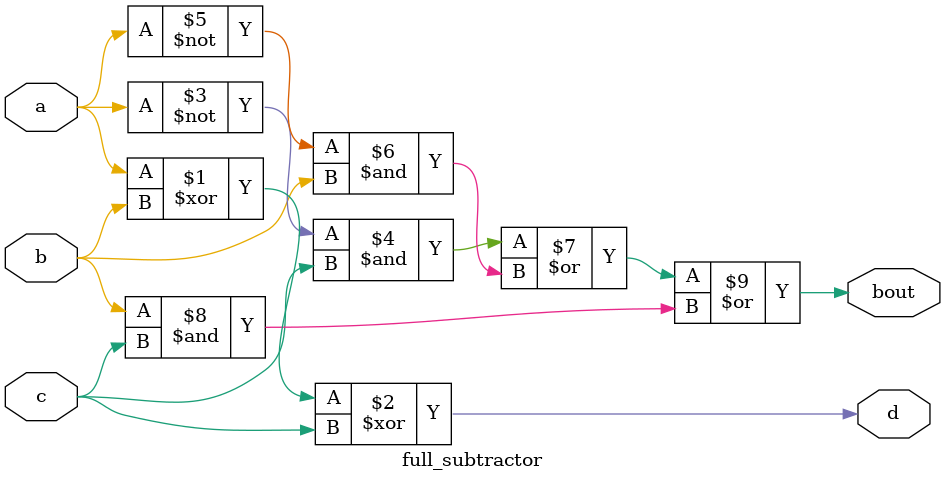
<source format=v>
`timescale 1ns / 1ps


module full_subtractor(
    input a,
    input b,
    input c,
    output d,
    output bout
    );
    
    assign d = a^b^c;
    assign bout = ~a&c | ~a&b | b&c ;
endmodule

</source>
